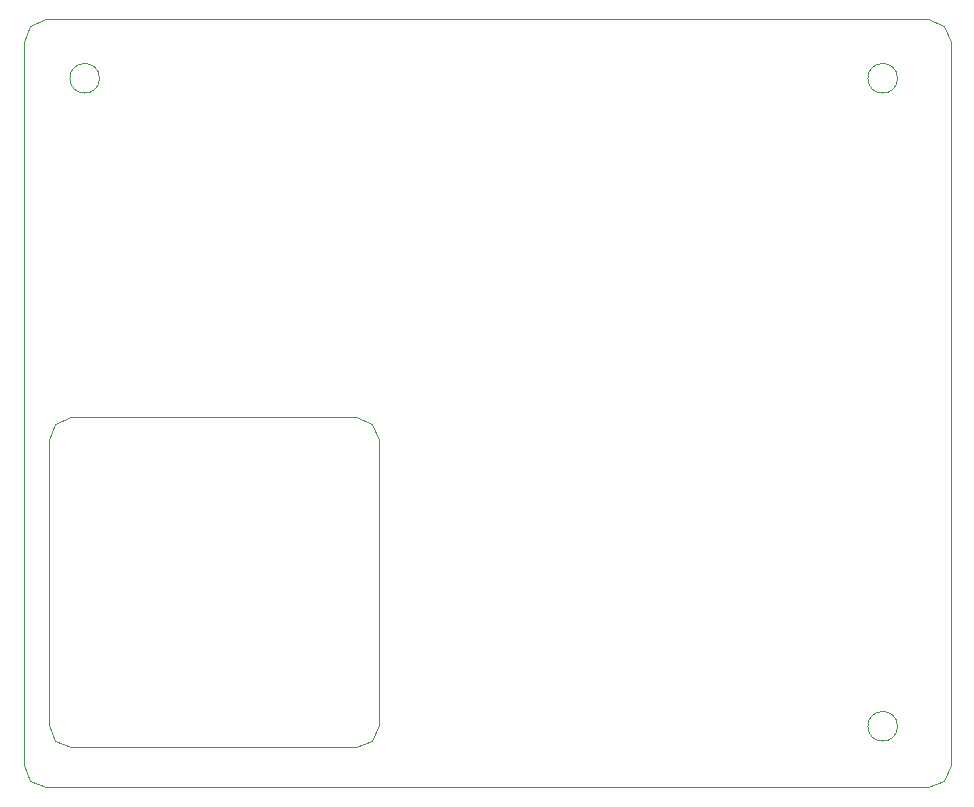
<source format=gbr>
G04 #@! TF.FileFunction,Profile,NP*
%FSLAX46Y46*%
G04 Gerber Fmt 4.6, Leading zero omitted, Abs format (unit mm)*
G04 Created by KiCad (PCBNEW 4.0.7) date 05/31/18 22:49:15*
%MOMM*%
%LPD*%
G01*
G04 APERTURE LIST*
%ADD10C,0.100000*%
G04 APERTURE END LIST*
D10*
X114349907Y-78579547D02*
G75*
G03X114349907Y-78579547I-1254760J0D01*
G01*
X181913907Y-133443547D02*
G75*
G03X181913907Y-133443547I-1254760J0D01*
G01*
X181913907Y-78579547D02*
G75*
G03X181913907Y-78579547I-1254760J0D01*
G01*
X110047147Y-133316547D02*
X110047147Y-109186547D01*
X110605109Y-134663585D02*
X110047147Y-133316547D01*
X111952147Y-135221547D02*
X110605109Y-134663585D01*
X136082147Y-135221547D02*
X111952147Y-135221547D01*
X137429186Y-134663585D02*
X136082147Y-135221547D01*
X137987147Y-133316547D02*
X137429186Y-134663585D01*
X137987147Y-109186547D02*
X137987147Y-133316547D01*
X137429186Y-107839508D02*
X137987147Y-109186547D01*
X136082147Y-107281547D02*
X137429186Y-107839508D01*
X111952147Y-107281547D02*
X136082147Y-107281547D01*
X110605109Y-107839508D02*
X111952147Y-107281547D01*
X110047147Y-109186547D02*
X110605109Y-107839508D01*
X109845147Y-138598553D02*
X184521147Y-138598553D01*
X108498109Y-138040591D02*
X109845147Y-138598553D01*
X107940147Y-136693553D02*
X108498109Y-138040591D01*
X107940147Y-75479553D02*
X107940147Y-136693553D01*
X108498109Y-74132515D02*
X107940147Y-75479553D01*
X109845147Y-73574553D02*
X108498109Y-74132515D01*
X184521147Y-73574553D02*
X109845147Y-73574553D01*
X185868186Y-74132515D02*
X184521147Y-73574553D01*
X186426147Y-75479553D02*
X185868186Y-74132515D01*
X186426147Y-136693553D02*
X186426147Y-75479553D01*
X185868186Y-138040591D02*
X186426147Y-136693553D01*
X184521147Y-138598553D02*
X185868186Y-138040591D01*
M02*

</source>
